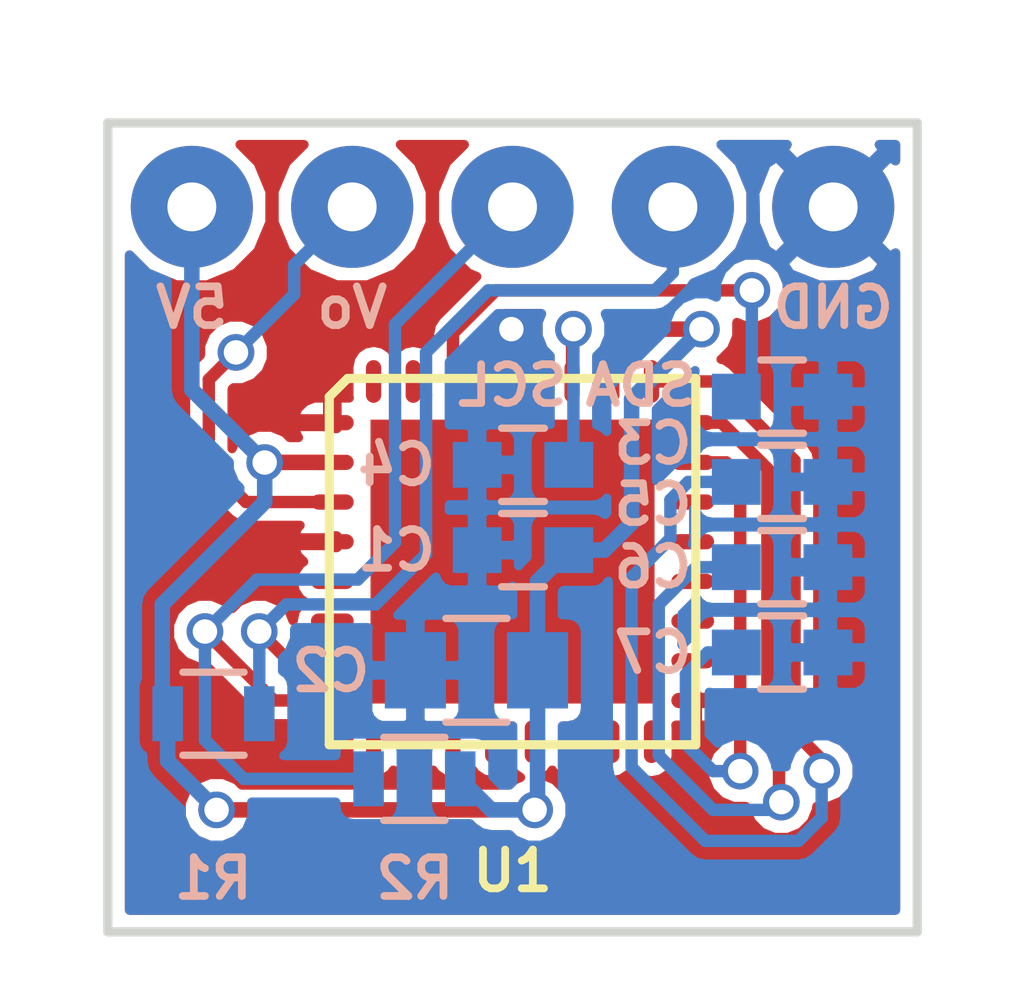
<source format=kicad_pcb>
(kicad_pcb (version 4) (host pcbnew 4.0.6-e0-6349~53~ubuntu16.04.1)

  (general
    (links 28)
    (no_connects 0)
    (area 142.924999 99.924999 156.325001 113.325001)
    (thickness 1)
    (drawings 4)
    (tracks 121)
    (zones 0)
    (modules 15)
    (nets 11)
  )

  (page A4)
  (layers
    (0 F.Cu jumper)
    (31 B.Cu mixed)
    (32 B.Adhes user)
    (33 F.Adhes user)
    (34 B.Paste user)
    (35 F.Paste user)
    (36 B.SilkS user)
    (37 F.SilkS user)
    (38 B.Mask user)
    (39 F.Mask user)
    (40 Dwgs.User user)
    (41 Cmts.User user)
    (42 Eco1.User user)
    (43 Eco2.User user)
    (44 Edge.Cuts user)
    (45 Margin user)
    (46 B.CrtYd user)
    (47 F.CrtYd user)
    (48 B.Fab user)
    (49 F.Fab user)
  )

  (setup
    (last_trace_width 0.2032)
    (trace_clearance 0.2032)
    (zone_clearance 0.2032)
    (zone_45_only no)
    (trace_min 0.2032)
    (segment_width 0.2)
    (edge_width 0.15)
    (via_size 0.6)
    (via_drill 0.4)
    (via_min_size 0.4)
    (via_min_drill 0.3)
    (uvia_size 0.3)
    (uvia_drill 0.1)
    (uvias_allowed no)
    (uvia_min_size 0)
    (uvia_min_drill 0)
    (pcb_text_width 0.3)
    (pcb_text_size 1.5 1.5)
    (mod_edge_width 0.15)
    (mod_text_size 0.635 0.635)
    (mod_text_width 0.127)
    (pad_size 1.524 1.524)
    (pad_drill 0.762)
    (pad_to_mask_clearance 0.1016)
    (solder_mask_min_width 0.32)
    (pad_to_paste_clearance -0.0508)
    (aux_axis_origin 0 0)
    (visible_elements FFFEFF7F)
    (pcbplotparams
      (layerselection 0x00030_80000001)
      (usegerberextensions false)
      (excludeedgelayer true)
      (linewidth 0.100000)
      (plotframeref false)
      (viasonmask false)
      (mode 1)
      (useauxorigin false)
      (hpglpennumber 1)
      (hpglpenspeed 20)
      (hpglpendiameter 15)
      (hpglpenoverlay 2)
      (psnegative false)
      (psa4output false)
      (plotreference true)
      (plotvalue true)
      (plotinvisibletext false)
      (padsonsilk false)
      (subtractmaskfromsilk false)
      (outputformat 1)
      (mirror false)
      (drillshape 1)
      (scaleselection 1)
      (outputdirectory ""))
  )

  (net 0 "")
  (net 1 GND)
  (net 2 VCC)
  (net 3 "Net-(C3-Pad2)")
  (net 4 "Net-(C4-Pad1)")
  (net 5 "Net-(C5-Pad1)")
  (net 6 "Net-(C6-Pad2)")
  (net 7 "Net-(C7-Pad2)")
  (net 8 "Net-(R1-Pad2)")
  (net 9 "Net-(R2-Pad2)")
  (net 10 "Net-(TP1-Pad1)")

  (net_class Default "This is the default net class."
    (clearance 0.2032)
    (trace_width 0.2032)
    (via_dia 0.6)
    (via_drill 0.4)
    (uvia_dia 0.3)
    (uvia_drill 0.1)
    (add_net "Net-(C3-Pad2)")
    (add_net "Net-(C4-Pad1)")
    (add_net "Net-(C5-Pad1)")
    (add_net "Net-(C6-Pad2)")
    (add_net "Net-(C7-Pad2)")
    (add_net "Net-(R1-Pad2)")
    (add_net "Net-(R2-Pad2)")
    (add_net "Net-(TP1-Pad1)")
  )

  (net_class PWR ""
    (clearance 0.2032)
    (trace_width 0.254)
    (via_dia 0.6)
    (via_drill 0.4)
    (uvia_dia 0.3)
    (uvia_drill 0.1)
    (add_net GND)
    (add_net VCC)
  )

  (module Capacitors_SMD:C_0603 (layer B.Cu) (tedit 594F1681) (tstamp 5939C431)
    (at 149.7965 106.9975)
    (descr "Capacitor SMD 0603, reflow soldering, AVX (see smccp.pdf)")
    (tags "capacitor 0603")
    (path /59318153)
    (attr smd)
    (fp_text reference C1 (at -2.0715 0.0025) (layer B.SilkS)
      (effects (font (size 0.635 0.635) (thickness 0.127)) (justify mirror))
    )
    (fp_text value 100n (at 0 -1.5) (layer B.Fab)
      (effects (font (size 1 1) (thickness 0.15)) (justify mirror))
    )
    (fp_text user %R (at 0 1.5) (layer B.Fab)
      (effects (font (size 1 1) (thickness 0.15)) (justify mirror))
    )
    (fp_line (start -0.8 -0.4) (end -0.8 0.4) (layer B.Fab) (width 0.1))
    (fp_line (start 0.8 -0.4) (end -0.8 -0.4) (layer B.Fab) (width 0.1))
    (fp_line (start 0.8 0.4) (end 0.8 -0.4) (layer B.Fab) (width 0.1))
    (fp_line (start -0.8 0.4) (end 0.8 0.4) (layer B.Fab) (width 0.1))
    (fp_line (start -0.35 0.6) (end 0.35 0.6) (layer B.SilkS) (width 0.12))
    (fp_line (start 0.35 -0.6) (end -0.35 -0.6) (layer B.SilkS) (width 0.12))
    (fp_line (start -1.4 0.65) (end 1.4 0.65) (layer B.CrtYd) (width 0.05))
    (fp_line (start -1.4 0.65) (end -1.4 -0.65) (layer B.CrtYd) (width 0.05))
    (fp_line (start 1.4 -0.65) (end 1.4 0.65) (layer B.CrtYd) (width 0.05))
    (fp_line (start 1.4 -0.65) (end -1.4 -0.65) (layer B.CrtYd) (width 0.05))
    (pad 1 smd rect (at -0.75 0) (size 0.8 0.75) (layers B.Cu B.Paste B.Mask)
      (net 1 GND))
    (pad 2 smd rect (at 0.75 0) (size 0.8 0.75) (layers B.Cu B.Paste B.Mask)
      (net 2 VCC))
    (model Capacitors_SMD.3dshapes/C_0603.wrl
      (at (xyz 0 0 0))
      (scale (xyz 1 1 1))
      (rotate (xyz 0 0 0))
    )
  )

  (module Capacitors_SMD:C_0603 (layer B.Cu) (tedit 594F15B1) (tstamp 5939C43D)
    (at 154.0383 104.4829 180)
    (descr "Capacitor SMD 0603, reflow soldering, AVX (see smccp.pdf)")
    (tags "capacitor 0603")
    (path /5931854A)
    (attr smd)
    (fp_text reference C3 (at 2.1133 -0.7671 180) (layer B.SilkS)
      (effects (font (size 0.635 0.635) (thickness 0.127)) (justify mirror))
    )
    (fp_text value 100n (at 0 -1.5 180) (layer B.Fab)
      (effects (font (size 1 1) (thickness 0.15)) (justify mirror))
    )
    (fp_text user %R (at 0 1.5 180) (layer B.Fab)
      (effects (font (size 1 1) (thickness 0.15)) (justify mirror))
    )
    (fp_line (start -0.8 -0.4) (end -0.8 0.4) (layer B.Fab) (width 0.1))
    (fp_line (start 0.8 -0.4) (end -0.8 -0.4) (layer B.Fab) (width 0.1))
    (fp_line (start 0.8 0.4) (end 0.8 -0.4) (layer B.Fab) (width 0.1))
    (fp_line (start -0.8 0.4) (end 0.8 0.4) (layer B.Fab) (width 0.1))
    (fp_line (start -0.35 0.6) (end 0.35 0.6) (layer B.SilkS) (width 0.12))
    (fp_line (start 0.35 -0.6) (end -0.35 -0.6) (layer B.SilkS) (width 0.12))
    (fp_line (start -1.4 0.65) (end 1.4 0.65) (layer B.CrtYd) (width 0.05))
    (fp_line (start -1.4 0.65) (end -1.4 -0.65) (layer B.CrtYd) (width 0.05))
    (fp_line (start 1.4 -0.65) (end 1.4 0.65) (layer B.CrtYd) (width 0.05))
    (fp_line (start 1.4 -0.65) (end -1.4 -0.65) (layer B.CrtYd) (width 0.05))
    (pad 1 smd rect (at -0.75 0 180) (size 0.8 0.75) (layers B.Cu B.Paste B.Mask)
      (net 1 GND))
    (pad 2 smd rect (at 0.75 0 180) (size 0.8 0.75) (layers B.Cu B.Paste B.Mask)
      (net 3 "Net-(C3-Pad2)"))
    (model Capacitors_SMD.3dshapes/C_0603.wrl
      (at (xyz 0 0 0))
      (scale (xyz 1 1 1))
      (rotate (xyz 0 0 0))
    )
  )

  (module Capacitors_SMD:C_0603 (layer B.Cu) (tedit 594F1629) (tstamp 5939C443)
    (at 149.7965 105.6005 180)
    (descr "Capacitor SMD 0603, reflow soldering, AVX (see smccp.pdf)")
    (tags "capacitor 0603")
    (path /59318DD2)
    (attr smd)
    (fp_text reference C4 (at 2.0715 0.0005 180) (layer B.SilkS)
      (effects (font (size 0.635 0.635) (thickness 0.127)) (justify mirror))
    )
    (fp_text value 100n (at 0 -1.5 180) (layer B.Fab)
      (effects (font (size 1 1) (thickness 0.15)) (justify mirror))
    )
    (fp_text user %R (at 0 1.5 180) (layer B.Fab)
      (effects (font (size 1 1) (thickness 0.15)) (justify mirror))
    )
    (fp_line (start -0.8 -0.4) (end -0.8 0.4) (layer B.Fab) (width 0.1))
    (fp_line (start 0.8 -0.4) (end -0.8 -0.4) (layer B.Fab) (width 0.1))
    (fp_line (start 0.8 0.4) (end 0.8 -0.4) (layer B.Fab) (width 0.1))
    (fp_line (start -0.8 0.4) (end 0.8 0.4) (layer B.Fab) (width 0.1))
    (fp_line (start -0.35 0.6) (end 0.35 0.6) (layer B.SilkS) (width 0.12))
    (fp_line (start 0.35 -0.6) (end -0.35 -0.6) (layer B.SilkS) (width 0.12))
    (fp_line (start -1.4 0.65) (end 1.4 0.65) (layer B.CrtYd) (width 0.05))
    (fp_line (start -1.4 0.65) (end -1.4 -0.65) (layer B.CrtYd) (width 0.05))
    (fp_line (start 1.4 -0.65) (end 1.4 0.65) (layer B.CrtYd) (width 0.05))
    (fp_line (start 1.4 -0.65) (end -1.4 -0.65) (layer B.CrtYd) (width 0.05))
    (pad 1 smd rect (at -0.75 0 180) (size 0.8 0.75) (layers B.Cu B.Paste B.Mask)
      (net 4 "Net-(C4-Pad1)"))
    (pad 2 smd rect (at 0.75 0 180) (size 0.8 0.75) (layers B.Cu B.Paste B.Mask)
      (net 1 GND))
    (model Capacitors_SMD.3dshapes/C_0603.wrl
      (at (xyz 0 0 0))
      (scale (xyz 1 1 1))
      (rotate (xyz 0 0 0))
    )
  )

  (module Capacitors_SMD:C_0603 (layer B.Cu) (tedit 594F15ED) (tstamp 5939C449)
    (at 154.0383 105.8799)
    (descr "Capacitor SMD 0603, reflow soldering, AVX (see smccp.pdf)")
    (tags "capacitor 0603")
    (path /59318CAD)
    (attr smd)
    (fp_text reference C5 (at -2.1133 0.3701) (layer B.SilkS)
      (effects (font (size 0.635 0.635) (thickness 0.127)) (justify mirror))
    )
    (fp_text value 100n (at 0 -1.5) (layer B.Fab)
      (effects (font (size 1 1) (thickness 0.15)) (justify mirror))
    )
    (fp_text user %R (at 0 1.5) (layer B.Fab)
      (effects (font (size 1 1) (thickness 0.15)) (justify mirror))
    )
    (fp_line (start -0.8 -0.4) (end -0.8 0.4) (layer B.Fab) (width 0.1))
    (fp_line (start 0.8 -0.4) (end -0.8 -0.4) (layer B.Fab) (width 0.1))
    (fp_line (start 0.8 0.4) (end 0.8 -0.4) (layer B.Fab) (width 0.1))
    (fp_line (start -0.8 0.4) (end 0.8 0.4) (layer B.Fab) (width 0.1))
    (fp_line (start -0.35 0.6) (end 0.35 0.6) (layer B.SilkS) (width 0.12))
    (fp_line (start 0.35 -0.6) (end -0.35 -0.6) (layer B.SilkS) (width 0.12))
    (fp_line (start -1.4 0.65) (end 1.4 0.65) (layer B.CrtYd) (width 0.05))
    (fp_line (start -1.4 0.65) (end -1.4 -0.65) (layer B.CrtYd) (width 0.05))
    (fp_line (start 1.4 -0.65) (end 1.4 0.65) (layer B.CrtYd) (width 0.05))
    (fp_line (start 1.4 -0.65) (end -1.4 -0.65) (layer B.CrtYd) (width 0.05))
    (pad 1 smd rect (at -0.75 0) (size 0.8 0.75) (layers B.Cu B.Paste B.Mask)
      (net 5 "Net-(C5-Pad1)"))
    (pad 2 smd rect (at 0.75 0) (size 0.8 0.75) (layers B.Cu B.Paste B.Mask)
      (net 1 GND))
    (model Capacitors_SMD.3dshapes/C_0603.wrl
      (at (xyz 0 0 0))
      (scale (xyz 1 1 1))
      (rotate (xyz 0 0 0))
    )
  )

  (module Capacitors_SMD:C_0603 (layer B.Cu) (tedit 594F15FF) (tstamp 5939C44F)
    (at 154.0383 107.2769 180)
    (descr "Capacitor SMD 0603, reflow soldering, AVX (see smccp.pdf)")
    (tags "capacitor 0603")
    (path /59317DB5)
    (attr smd)
    (fp_text reference C6 (at 2.1133 0.0019 180) (layer B.SilkS)
      (effects (font (size 0.635 0.635) (thickness 0.127)) (justify mirror))
    )
    (fp_text value 10n (at 0 -1.5 180) (layer B.Fab)
      (effects (font (size 1 1) (thickness 0.15)) (justify mirror))
    )
    (fp_text user %R (at 0 1.5 180) (layer B.Fab)
      (effects (font (size 1 1) (thickness 0.15)) (justify mirror))
    )
    (fp_line (start -0.8 -0.4) (end -0.8 0.4) (layer B.Fab) (width 0.1))
    (fp_line (start 0.8 -0.4) (end -0.8 -0.4) (layer B.Fab) (width 0.1))
    (fp_line (start 0.8 0.4) (end 0.8 -0.4) (layer B.Fab) (width 0.1))
    (fp_line (start -0.8 0.4) (end 0.8 0.4) (layer B.Fab) (width 0.1))
    (fp_line (start -0.35 0.6) (end 0.35 0.6) (layer B.SilkS) (width 0.12))
    (fp_line (start 0.35 -0.6) (end -0.35 -0.6) (layer B.SilkS) (width 0.12))
    (fp_line (start -1.4 0.65) (end 1.4 0.65) (layer B.CrtYd) (width 0.05))
    (fp_line (start -1.4 0.65) (end -1.4 -0.65) (layer B.CrtYd) (width 0.05))
    (fp_line (start 1.4 -0.65) (end 1.4 0.65) (layer B.CrtYd) (width 0.05))
    (fp_line (start 1.4 -0.65) (end -1.4 -0.65) (layer B.CrtYd) (width 0.05))
    (pad 1 smd rect (at -0.75 0 180) (size 0.8 0.75) (layers B.Cu B.Paste B.Mask)
      (net 1 GND))
    (pad 2 smd rect (at 0.75 0 180) (size 0.8 0.75) (layers B.Cu B.Paste B.Mask)
      (net 6 "Net-(C6-Pad2)"))
    (model Capacitors_SMD.3dshapes/C_0603.wrl
      (at (xyz 0 0 0))
      (scale (xyz 1 1 1))
      (rotate (xyz 0 0 0))
    )
  )

  (module Capacitors_SMD:C_0603 (layer B.Cu) (tedit 594F1609) (tstamp 5939C455)
    (at 154.0383 108.6739 180)
    (descr "Capacitor SMD 0603, reflow soldering, AVX (see smccp.pdf)")
    (tags "capacitor 0603")
    (path /59317D28)
    (attr smd)
    (fp_text reference C7 (at 2.1133 -0.0011 180) (layer B.SilkS)
      (effects (font (size 0.635 0.635) (thickness 0.127)) (justify mirror))
    )
    (fp_text value 10n (at 0 -1.5 180) (layer B.Fab)
      (effects (font (size 1 1) (thickness 0.15)) (justify mirror))
    )
    (fp_text user %R (at 0 1.5 180) (layer B.Fab)
      (effects (font (size 1 1) (thickness 0.15)) (justify mirror))
    )
    (fp_line (start -0.8 -0.4) (end -0.8 0.4) (layer B.Fab) (width 0.1))
    (fp_line (start 0.8 -0.4) (end -0.8 -0.4) (layer B.Fab) (width 0.1))
    (fp_line (start 0.8 0.4) (end 0.8 -0.4) (layer B.Fab) (width 0.1))
    (fp_line (start -0.8 0.4) (end 0.8 0.4) (layer B.Fab) (width 0.1))
    (fp_line (start -0.35 0.6) (end 0.35 0.6) (layer B.SilkS) (width 0.12))
    (fp_line (start 0.35 -0.6) (end -0.35 -0.6) (layer B.SilkS) (width 0.12))
    (fp_line (start -1.4 0.65) (end 1.4 0.65) (layer B.CrtYd) (width 0.05))
    (fp_line (start -1.4 0.65) (end -1.4 -0.65) (layer B.CrtYd) (width 0.05))
    (fp_line (start 1.4 -0.65) (end 1.4 0.65) (layer B.CrtYd) (width 0.05))
    (fp_line (start 1.4 -0.65) (end -1.4 -0.65) (layer B.CrtYd) (width 0.05))
    (pad 1 smd rect (at -0.75 0 180) (size 0.8 0.75) (layers B.Cu B.Paste B.Mask)
      (net 1 GND))
    (pad 2 smd rect (at 0.75 0 180) (size 0.8 0.75) (layers B.Cu B.Paste B.Mask)
      (net 7 "Net-(C7-Pad2)"))
    (model Capacitors_SMD.3dshapes/C_0603.wrl
      (at (xyz 0 0 0))
      (scale (xyz 1 1 1))
      (rotate (xyz 0 0 0))
    )
  )

  (module Resistors_SMD:R_0603 (layer B.Cu) (tedit 594F169E) (tstamp 5939C45B)
    (at 144.7292 109.6772)
    (descr "Resistor SMD 0603, reflow soldering, Vishay (see dcrcw.pdf)")
    (tags "resistor 0603")
    (path /59317A75)
    (attr smd)
    (fp_text reference R1 (at -0.0042 2.6978) (layer B.SilkS)
      (effects (font (size 0.635 0.635) (thickness 0.127)) (justify mirror))
    )
    (fp_text value 47k (at 0 -1.5) (layer B.Fab)
      (effects (font (size 1 1) (thickness 0.15)) (justify mirror))
    )
    (fp_text user %R (at 0 0) (layer B.Fab)
      (effects (font (size 0.5 0.5) (thickness 0.075)) (justify mirror))
    )
    (fp_line (start -0.8 -0.4) (end -0.8 0.4) (layer B.Fab) (width 0.1))
    (fp_line (start 0.8 -0.4) (end -0.8 -0.4) (layer B.Fab) (width 0.1))
    (fp_line (start 0.8 0.4) (end 0.8 -0.4) (layer B.Fab) (width 0.1))
    (fp_line (start -0.8 0.4) (end 0.8 0.4) (layer B.Fab) (width 0.1))
    (fp_line (start 0.5 -0.68) (end -0.5 -0.68) (layer B.SilkS) (width 0.12))
    (fp_line (start -0.5 0.68) (end 0.5 0.68) (layer B.SilkS) (width 0.12))
    (fp_line (start -1.25 0.7) (end 1.25 0.7) (layer B.CrtYd) (width 0.05))
    (fp_line (start -1.25 0.7) (end -1.25 -0.7) (layer B.CrtYd) (width 0.05))
    (fp_line (start 1.25 -0.7) (end 1.25 0.7) (layer B.CrtYd) (width 0.05))
    (fp_line (start 1.25 -0.7) (end -1.25 -0.7) (layer B.CrtYd) (width 0.05))
    (pad 1 smd rect (at -0.75 0) (size 0.5 0.9) (layers B.Cu B.Paste B.Mask)
      (net 2 VCC))
    (pad 2 smd rect (at 0.75 0) (size 0.5 0.9) (layers B.Cu B.Paste B.Mask)
      (net 8 "Net-(R1-Pad2)"))
    (model ${KISYS3DMOD}/Resistors_SMD.3dshapes/R_0603.wrl
      (at (xyz 0 0 0))
      (scale (xyz 1 1 1))
      (rotate (xyz 0 0 0))
    )
  )

  (module Resistors_SMD:R_0603 (layer B.Cu) (tedit 594F16D0) (tstamp 5939C461)
    (at 148.0185 110.744 180)
    (descr "Resistor SMD 0603, reflow soldering, Vishay (see dcrcw.pdf)")
    (tags "resistor 0603")
    (path /59317A98)
    (attr smd)
    (fp_text reference R2 (at -0.0065 -1.631 180) (layer B.SilkS)
      (effects (font (size 0.635 0.635) (thickness 0.127)) (justify mirror))
    )
    (fp_text value 47k (at 0 -1.5 180) (layer B.Fab)
      (effects (font (size 1 1) (thickness 0.15)) (justify mirror))
    )
    (fp_text user %R (at 0 0 180) (layer B.Fab)
      (effects (font (size 0.5 0.5) (thickness 0.075)) (justify mirror))
    )
    (fp_line (start -0.8 -0.4) (end -0.8 0.4) (layer B.Fab) (width 0.1))
    (fp_line (start 0.8 -0.4) (end -0.8 -0.4) (layer B.Fab) (width 0.1))
    (fp_line (start 0.8 0.4) (end 0.8 -0.4) (layer B.Fab) (width 0.1))
    (fp_line (start -0.8 0.4) (end 0.8 0.4) (layer B.Fab) (width 0.1))
    (fp_line (start 0.5 -0.68) (end -0.5 -0.68) (layer B.SilkS) (width 0.12))
    (fp_line (start -0.5 0.68) (end 0.5 0.68) (layer B.SilkS) (width 0.12))
    (fp_line (start -1.25 0.7) (end 1.25 0.7) (layer B.CrtYd) (width 0.05))
    (fp_line (start -1.25 0.7) (end -1.25 -0.7) (layer B.CrtYd) (width 0.05))
    (fp_line (start 1.25 -0.7) (end 1.25 0.7) (layer B.CrtYd) (width 0.05))
    (fp_line (start 1.25 -0.7) (end -1.25 -0.7) (layer B.CrtYd) (width 0.05))
    (pad 1 smd rect (at -0.75 0 180) (size 0.5 0.9) (layers B.Cu B.Paste B.Mask)
      (net 2 VCC))
    (pad 2 smd rect (at 0.75 0 180) (size 0.5 0.9) (layers B.Cu B.Paste B.Mask)
      (net 9 "Net-(R2-Pad2)"))
    (model ${KISYS3DMOD}/Resistors_SMD.3dshapes/R_0603.wrl
      (at (xyz 0 0 0))
      (scale (xyz 1 1 1))
      (rotate (xyz 0 0 0))
    )
  )

  (module Wire_Pads:SolderWirePad_single_0-8mmDrill (layer B.Cu) (tedit 594F1589) (tstamp 5939C466)
    (at 147 101.375)
    (path /5939B0FE)
    (fp_text reference Vo (at 0 1.65) (layer B.SilkS)
      (effects (font (size 0.635 0.635) (thickness 0.127)) (justify mirror))
    )
    (fp_text value V_Out (at 0 -2.54) (layer B.Fab)
      (effects (font (size 1 1) (thickness 0.15)) (justify mirror))
    )
    (pad 1 thru_hole circle (at 0 0) (size 1.99898 1.99898) (drill 0.8001) (layers *.Cu *.Mask)
      (net 10 "Net-(TP1-Pad1)"))
  )

  (module Wire_Pads:SolderWirePad_single_0-8mmDrill (layer B.Cu) (tedit 594F1578) (tstamp 5939C46B)
    (at 152.25 101.375)
    (path /59317BDD)
    (fp_text reference SDA (at -0.525 2.925) (layer B.SilkS)
      (effects (font (size 0.635 0.635) (thickness 0.127)) (justify mirror))
    )
    (fp_text value SDA (at 0 -2.54) (layer B.Fab)
      (effects (font (size 1 1) (thickness 0.15)) (justify mirror))
    )
    (pad 1 thru_hole circle (at 0 0) (size 1.99898 1.99898) (drill 0.8001) (layers *.Cu *.Mask)
      (net 8 "Net-(R1-Pad2)"))
  )

  (module Wire_Pads:SolderWirePad_single_0-8mmDrill (layer B.Cu) (tedit 594F154A) (tstamp 5939C470)
    (at 149.625 101.375)
    (path /59317C34)
    (fp_text reference SCL (at 0 2.925) (layer B.SilkS)
      (effects (font (size 0.635 0.635) (thickness 0.127)) (justify mirror))
    )
    (fp_text value SCL (at 0 -2.54) (layer B.Fab)
      (effects (font (size 1 1) (thickness 0.15)) (justify mirror))
    )
    (pad 1 thru_hole circle (at 0 0) (size 1.99898 1.99898) (drill 0.8001) (layers *.Cu *.Mask)
      (net 9 "Net-(R2-Pad2)"))
  )

  (module Wire_Pads:SolderWirePad_single_0-8mmDrill (layer B.Cu) (tedit 594F1597) (tstamp 5939C475)
    (at 154.875 101.375)
    (path /5939C767)
    (fp_text reference GND (at 0 1.65) (layer B.SilkS)
      (effects (font (size 0.635 0.635) (thickness 0.127)) (justify mirror))
    )
    (fp_text value Gnd (at 0 -2.54) (layer B.Fab)
      (effects (font (size 1 1) (thickness 0.15)) (justify mirror))
    )
    (pad 1 thru_hole circle (at 0 0) (size 1.99898 1.99898) (drill 0.8001) (layers *.Cu *.Mask)
      (net 1 GND))
  )

  (module Wire_Pads:SolderWirePad_single_0-8mmDrill (layer B.Cu) (tedit 594F1518) (tstamp 5939C47A)
    (at 144.375 101.375)
    (path /5939C6DF)
    (fp_text reference 5V (at 0 1.65) (layer B.SilkS)
      (effects (font (size 0.635 0.635) (thickness 0.127)) (justify mirror))
    )
    (fp_text value Vdd (at 0 -2.54) (layer B.Fab)
      (effects (font (size 1 1) (thickness 0.15)) (justify mirror))
    )
    (pad 1 thru_hole circle (at 0 0) (size 1.99898 1.99898) (drill 0.8001) (layers *.Cu *.Mask)
      (net 2 VCC))
  )

  (module Capacitors_SMD:C_0805 (layer B.Cu) (tedit 594F1675) (tstamp 595F11B9)
    (at 149.0345 108.966 180)
    (descr "Capacitor SMD 0805, reflow soldering, AVX (see smccp.pdf)")
    (tags "capacitor 0805")
    (path /594EA1D1)
    (attr smd)
    (fp_text reference C2 (at 2.3845 -0.009 180) (layer B.SilkS)
      (effects (font (size 0.635 0.635) (thickness 0.127)) (justify mirror))
    )
    (fp_text value 2.2u (at 0 -1.75 180) (layer B.Fab)
      (effects (font (size 1 1) (thickness 0.15)) (justify mirror))
    )
    (fp_text user %R (at 0 1.5 180) (layer B.Fab)
      (effects (font (size 1 1) (thickness 0.15)) (justify mirror))
    )
    (fp_line (start -1 -0.62) (end -1 0.62) (layer B.Fab) (width 0.1))
    (fp_line (start 1 -0.62) (end -1 -0.62) (layer B.Fab) (width 0.1))
    (fp_line (start 1 0.62) (end 1 -0.62) (layer B.Fab) (width 0.1))
    (fp_line (start -1 0.62) (end 1 0.62) (layer B.Fab) (width 0.1))
    (fp_line (start 0.5 0.85) (end -0.5 0.85) (layer B.SilkS) (width 0.12))
    (fp_line (start -0.5 -0.85) (end 0.5 -0.85) (layer B.SilkS) (width 0.12))
    (fp_line (start -1.75 0.88) (end 1.75 0.88) (layer B.CrtYd) (width 0.05))
    (fp_line (start -1.75 0.88) (end -1.75 -0.87) (layer B.CrtYd) (width 0.05))
    (fp_line (start 1.75 -0.87) (end 1.75 0.88) (layer B.CrtYd) (width 0.05))
    (fp_line (start 1.75 -0.87) (end -1.75 -0.87) (layer B.CrtYd) (width 0.05))
    (pad 1 smd rect (at -1 0 180) (size 1 1.25) (layers B.Cu B.Paste B.Mask)
      (net 2 VCC))
    (pad 2 smd rect (at 1 0 180) (size 1 1.25) (layers B.Cu B.Paste B.Mask)
      (net 1 GND))
    (model Capacitors_SMD.3dshapes/C_0805.wrl
      (at (xyz 0 0 0))
      (scale (xyz 1 1 1))
      (rotate (xyz 0 0 0))
    )
  )

  (module custom_lib:QFN32_6x6mm_Pitch0.65mm (layer F.Cu) (tedit 594F1444) (tstamp 594F4F4F)
    (at 149.625 107.185)
    (path /593179BC)
    (fp_text reference U1 (at 0 5.065) (layer F.SilkS)
      (effects (font (size 0.635 0.635) (thickness 0.127)))
    )
    (fp_text value ATMEGA328PB-MU (at 0 6.3) (layer F.Fab)
      (effects (font (size 1.2 1.2) (thickness 0.15)))
    )
    (fp_line (start -2.7 -3) (end -3 -2.7) (layer F.SilkS) (width 0.15))
    (fp_line (start -3 -2.7) (end -3 3) (layer F.SilkS) (width 0.15))
    (fp_line (start -3 3) (end 3 3) (layer F.SilkS) (width 0.15))
    (fp_line (start 3 3) (end 3 -3) (layer F.SilkS) (width 0.15))
    (fp_line (start 3 -3) (end -2.7 -3) (layer F.SilkS) (width 0.15))
    (pad 33 smd rect (at 0 0) (size 4.65 4.65) (layers F.Cu F.Mask))
    (pad ~ smd rect (at -1.15 -1.2) (size 1.644023 1.644023) (layers F.Paste))
    (pad ~ smd rect (at -1.15 1.2) (size 1.644023 1.644023) (layers F.Paste))
    (pad ~ smd rect (at 1.15 -1.2) (size 1.644023 1.644023) (layers F.Paste))
    (pad ~ smd rect (at 1.15 1.2) (size 1.644023 1.644023) (layers F.Paste))
    (pad 1 smd oval (at -2.95 -2.275) (size 0.7 0.25) (layers F.Cu F.Paste F.Mask)
      (net 1 GND))
    (pad 2 smd oval (at -2.95 -1.625) (size 0.7 0.25) (layers F.Cu F.Paste F.Mask)
      (net 2 VCC))
    (pad 3 smd oval (at -2.95 -0.975) (size 0.7 0.25) (layers F.Cu F.Paste F.Mask)
      (net 10 "Net-(TP1-Pad1)"))
    (pad 4 smd oval (at -2.95 -0.325) (size 0.7 0.25) (layers F.Cu F.Paste F.Mask)
      (net 1 GND))
    (pad 5 smd oval (at -2.95 0.325) (size 0.7 0.25) (layers F.Cu F.Paste F.Mask))
    (pad 6 smd oval (at -2.95 0.975) (size 0.7 0.25) (layers F.Cu F.Paste F.Mask))
    (pad 7 smd oval (at -2.95 1.625) (size 0.7 0.25) (layers F.Cu F.Paste F.Mask)
      (net 8 "Net-(R1-Pad2)"))
    (pad 8 smd oval (at -2.95 2.275) (size 0.7 0.25) (layers F.Cu F.Paste F.Mask)
      (net 9 "Net-(R2-Pad2)"))
    (pad 9 smd oval (at -2.275 2.95) (size 0.25 0.7) (layers F.Cu F.Paste F.Mask))
    (pad 10 smd oval (at -1.625 2.95) (size 0.25 0.7) (layers F.Cu F.Paste F.Mask))
    (pad 11 smd oval (at -0.975 2.95) (size 0.25 0.7) (layers F.Cu F.Paste F.Mask))
    (pad 12 smd oval (at -0.325 2.95) (size 0.25 0.7) (layers F.Cu F.Paste F.Mask))
    (pad 13 smd oval (at 0.325 2.95) (size 0.25 0.7) (layers F.Cu F.Paste F.Mask))
    (pad 14 smd oval (at 0.975 2.95) (size 0.25 0.7) (layers F.Cu F.Paste F.Mask))
    (pad 15 smd oval (at 1.625 2.95) (size 0.25 0.7) (layers F.Cu F.Paste F.Mask))
    (pad 16 smd oval (at 2.275 2.95) (size 0.25 0.7) (layers F.Cu F.Paste F.Mask))
    (pad 17 smd oval (at 2.95 2.275) (size 0.7 0.25) (layers F.Cu F.Paste F.Mask)
      (net 1 GND))
    (pad 18 smd oval (at 2.95 1.625) (size 0.7 0.25) (layers F.Cu F.Paste F.Mask))
    (pad 19 smd oval (at 2.95 0.975) (size 0.7 0.25) (layers F.Cu F.Paste F.Mask))
    (pad 20 smd oval (at 2.95 0.325) (size 0.7 0.25) (layers F.Cu F.Paste F.Mask))
    (pad 21 smd oval (at 2.95 -0.325) (size 0.7 0.25) (layers F.Cu F.Paste F.Mask))
    (pad 22 smd oval (at 2.95 -0.975) (size 0.7 0.25) (layers F.Cu F.Paste F.Mask))
    (pad 23 smd oval (at 2.95 -1.625) (size 0.7 0.25) (layers F.Cu F.Paste F.Mask)
      (net 7 "Net-(C7-Pad2)"))
    (pad 24 smd oval (at 2.95 -2.275) (size 0.7 0.25) (layers F.Cu F.Paste F.Mask)
      (net 6 "Net-(C6-Pad2)"))
    (pad 25 smd oval (at 2.275 -2.95) (size 0.25 0.7) (layers F.Cu F.Paste F.Mask)
      (net 5 "Net-(C5-Pad1)"))
    (pad 26 smd oval (at 1.625 -2.95) (size 0.25 0.7) (layers F.Cu F.Paste F.Mask)
      (net 2 VCC))
    (pad 27 smd oval (at 0.975 -2.95) (size 0.25 0.7) (layers F.Cu F.Paste F.Mask)
      (net 4 "Net-(C4-Pad1)"))
    (pad 28 smd oval (at 0.325 -2.95) (size 0.25 0.7) (layers F.Cu F.Paste F.Mask)
      (net 1 GND))
    (pad 29 smd oval (at -0.325 -2.95) (size 0.25 0.7) (layers F.Cu F.Paste F.Mask)
      (net 1 GND))
    (pad 30 smd oval (at -0.975 -2.95) (size 0.25 0.7) (layers F.Cu F.Paste F.Mask)
      (net 3 "Net-(C3-Pad2)"))
    (pad 31 smd oval (at -1.625 -2.95) (size 0.25 0.7) (layers F.Cu F.Paste F.Mask))
    (pad 32 smd oval (at -2.275 -2.95) (size 0.25 0.7) (layers F.Cu F.Paste F.Mask))
    (model ../../../../../home/luis/kicad/_3Dmodels/Housings_DFN_QFN.3dshapes/QFN-32-1EP_6x6mm_Pitch0.65mm.wrl
      (at (xyz 0 0 0))
      (scale (xyz 1 1 1))
      (rotate (xyz 0 0 0))
    )
  )

  (gr_line (start 143 113.25) (end 143 100) (angle 90) (layer Edge.Cuts) (width 0.15))
  (gr_line (start 156.25 113.25) (end 143 113.25) (angle 90) (layer Edge.Cuts) (width 0.15))
  (gr_line (start 156.25 100) (end 156.25 113.25) (angle 90) (layer Edge.Cuts) (width 0.15))
  (gr_line (start 143 100) (end 156.25 100) (angle 90) (layer Edge.Cuts) (width 0.15))

  (segment (start 149.95 104.235) (end 149.95 103.722) (width 0.254) (layer F.Cu) (net 1))
  (segment (start 149.3 103.684) (end 149.606 103.378) (width 0.254) (layer F.Cu) (net 1) (tstamp 594F66EE))
  (via (at 149.606 103.378) (size 0.6) (drill 0.4) (layers F.Cu B.Cu) (net 1))
  (segment (start 149.3 103.684) (end 149.3 104.235) (width 0.254) (layer F.Cu) (net 1))
  (segment (start 149.95 103.722) (end 149.606 103.378) (width 0.254) (layer F.Cu) (net 1) (tstamp 594F66F3))
  (segment (start 149.987 111.252) (end 149.2765 111.252) (width 0.254) (layer B.Cu) (net 2))
  (segment (start 149.2765 111.252) (end 148.7685 110.744) (width 0.254) (layer B.Cu) (net 2) (tstamp 594F7D34))
  (segment (start 143.9792 109.6772) (end 143.9792 110.4512) (width 0.254) (layer B.Cu) (net 2))
  (via (at 149.987 111.252) (size 0.6) (drill 0.4) (layers F.Cu B.Cu) (net 2))
  (segment (start 149.987 111.252) (end 150.0345 111.2045) (width 0.254) (layer B.Cu) (net 2) (tstamp 594F69F6))
  (segment (start 150.0345 111.2045) (end 150.0345 108.966) (width 0.254) (layer B.Cu) (net 2) (tstamp 594F69F7))
  (segment (start 144.78 111.252) (end 149.987 111.252) (width 0.254) (layer F.Cu) (net 2) (tstamp 594F7D30))
  (via (at 144.78 111.252) (size 0.6) (drill 0.4) (layers F.Cu B.Cu) (net 2))
  (segment (start 143.9792 110.4512) (end 144.78 111.252) (width 0.254) (layer B.Cu) (net 2) (tstamp 594F7D2E))
  (segment (start 143.891 109.589) (end 143.891 108.966) (width 0.254) (layer B.Cu) (net 2))
  (segment (start 145.5674 106.2101) (end 143.891 107.8865) (width 0.254) (layer B.Cu) (net 2) (tstamp 594F692F))
  (segment (start 145.5674 106.2101) (end 145.5674 105.5624) (width 0.254) (layer B.Cu) (net 2))
  (segment (start 143.891 107.8865) (end 143.891 108.966) (width 0.254) (layer B.Cu) (net 2))
  (segment (start 143.891 109.589) (end 143.9792 109.6772) (width 0.254) (layer B.Cu) (net 2) (tstamp 594F7D2B))
  (segment (start 150.0345 108.966) (end 150.0345 107.5095) (width 0.254) (layer B.Cu) (net 2))
  (segment (start 150.0345 107.5095) (end 150.5465 106.9975) (width 0.254) (layer B.Cu) (net 2) (tstamp 594F69FA))
  (segment (start 150.5465 106.9975) (end 151.13 106.9975) (width 0.254) (layer B.Cu) (net 2))
  (segment (start 151.13 106.9975) (end 151.5745 106.553) (width 0.254) (layer B.Cu) (net 2) (tstamp 594F693E))
  (segment (start 151.5745 106.553) (end 151.5745 104.521) (width 0.254) (layer B.Cu) (net 2) (tstamp 594F693F))
  (segment (start 151.5745 104.521) (end 152.7175 103.378) (width 0.254) (layer B.Cu) (net 2) (tstamp 594F6940))
  (segment (start 151.25 103.639) (end 151.25 104.235) (width 0.254) (layer F.Cu) (net 2))
  (via (at 152.7175 103.378) (size 0.6) (drill 0.4) (layers F.Cu B.Cu) (net 2))
  (segment (start 151.511 103.378) (end 152.7175 103.378) (width 0.254) (layer F.Cu) (net 2) (tstamp 594F686C))
  (segment (start 151.25 103.639) (end 151.511 103.378) (width 0.254) (layer F.Cu) (net 2) (tstamp 594F686B))
  (segment (start 144.375 101.375) (end 144.375 104.37) (width 0.254) (layer B.Cu) (net 2))
  (segment (start 144.375 104.37) (end 145.5674 105.5624) (width 0.254) (layer B.Cu) (net 2) (tstamp 594F66D0))
  (segment (start 145.5674 105.5624) (end 145.565 105.56) (width 0.254) (layer F.Cu) (net 2) (tstamp 594F66D3))
  (via (at 145.5674 105.5624) (size 0.6) (drill 0.4) (layers F.Cu B.Cu) (net 2))
  (segment (start 146.675 105.56) (end 145.565 105.56) (width 0.254) (layer F.Cu) (net 2))
  (segment (start 145.565 105.56) (end 145.542 105.537) (width 0.254) (layer F.Cu) (net 2) (tstamp 594F6679))
  (segment (start 153.543 104.2282) (end 153.543 102.743) (width 0.2032) (layer B.Cu) (net 3))
  (via (at 153.543 102.743) (size 0.6) (drill 0.4) (layers F.Cu B.Cu) (net 3))
  (segment (start 149.352 102.743) (end 153.543 102.743) (width 0.2032) (layer F.Cu) (net 3) (tstamp 594F67A1))
  (segment (start 148.65 103.445) (end 149.352 102.743) (width 0.2032) (layer F.Cu) (net 3) (tstamp 594F67A0))
  (segment (start 148.65 103.445) (end 148.65 104.235) (width 0.2032) (layer F.Cu) (net 3))
  (segment (start 153.543 104.2282) (end 153.2883 104.4829) (width 0.2032) (layer B.Cu) (net 3) (tstamp 594F6A1D))
  (segment (start 150.622 105.525) (end 150.622 103.378) (width 0.2032) (layer B.Cu) (net 4))
  (segment (start 150.6 103.4) (end 150.6 104.235) (width 0.2032) (layer F.Cu) (net 4))
  (segment (start 150.6 103.4) (end 150.622 103.378) (width 0.2032) (layer F.Cu) (net 4) (tstamp 594F6862))
  (via (at 150.622 103.378) (size 0.6) (drill 0.4) (layers F.Cu B.Cu) (net 4))
  (segment (start 150.622 105.525) (end 150.5465 105.6005) (width 0.2032) (layer B.Cu) (net 4) (tstamp 594F6957))
  (segment (start 154.686 110.617) (end 154.686 111.379) (width 0.2032) (layer B.Cu) (net 5))
  (segment (start 154.2415 109.982) (end 154.686 110.4265) (width 0.2032) (layer F.Cu) (net 5) (tstamp 594F6A3F))
  (segment (start 154.686 110.4265) (end 154.686 110.617) (width 0.2032) (layer F.Cu) (net 5) (tstamp 594F6A40))
  (via (at 154.686 110.617) (size 0.6) (drill 0.4) (layers F.Cu B.Cu) (net 5))
  (segment (start 151.9 104.235) (end 152.94598 104.235) (width 0.2032) (layer F.Cu) (net 5))
  (segment (start 154.2415 105.53052) (end 154.2415 109.7915) (width 0.2032) (layer F.Cu) (net 5) (tstamp 594F6A2F))
  (segment (start 152.94598 104.235) (end 154.2415 105.53052) (width 0.2032) (layer F.Cu) (net 5) (tstamp 594F6A2B))
  (segment (start 154.2415 109.7915) (end 154.2415 109.982) (width 0.2032) (layer F.Cu) (net 5))
  (segment (start 152.5016 105.8799) (end 153.2883 105.8799) (width 0.2032) (layer B.Cu) (net 5) (tstamp 594F6A6B))
  (segment (start 152.2095 106.172) (end 152.5016 105.8799) (width 0.2032) (layer B.Cu) (net 5) (tstamp 594F6A6A))
  (segment (start 152.2095 106.807) (end 152.2095 106.172) (width 0.2032) (layer B.Cu) (net 5) (tstamp 594F6A69))
  (segment (start 151.5745 107.442) (end 152.2095 106.807) (width 0.2032) (layer B.Cu) (net 5) (tstamp 594F6A67))
  (segment (start 151.5745 110.5535) (end 151.5745 107.442) (width 0.2032) (layer B.Cu) (net 5) (tstamp 594F6A65))
  (segment (start 152.781 111.76) (end 151.5745 110.5535) (width 0.2032) (layer B.Cu) (net 5) (tstamp 594F6A63))
  (segment (start 154.305 111.76) (end 152.781 111.76) (width 0.2032) (layer B.Cu) (net 5) (tstamp 594F6A62))
  (segment (start 154.686 111.379) (end 154.305 111.76) (width 0.2032) (layer B.Cu) (net 5) (tstamp 594F6A61))
  (segment (start 154.0256 111.125) (end 153.9875 111.125) (width 0.2032) (layer B.Cu) (net 6))
  (segment (start 153.9875 111.0869) (end 154.0256 111.125) (width 0.2032) (layer F.Cu) (net 6) (tstamp 594F6A48))
  (via (at 154.0256 111.125) (size 0.6) (drill 0.4) (layers F.Cu B.Cu) (net 6))
  (segment (start 153.797 109.7915) (end 153.797 110.1725) (width 0.2032) (layer F.Cu) (net 6))
  (segment (start 153.04624 104.91) (end 153.797 105.66076) (width 0.2032) (layer F.Cu) (net 6) (tstamp 594F6A26))
  (segment (start 153.797 105.66076) (end 153.797 109.7915) (width 0.2032) (layer F.Cu) (net 6) (tstamp 594F6A27))
  (segment (start 152.575 104.91) (end 153.04624 104.91) (width 0.2032) (layer F.Cu) (net 6))
  (segment (start 153.797 110.1725) (end 153.9875 110.363) (width 0.2032) (layer F.Cu) (net 6) (tstamp 594F6A38))
  (segment (start 153.9875 110.363) (end 153.9875 111.0869) (width 0.2032) (layer F.Cu) (net 6))
  (segment (start 152.6286 107.2769) (end 153.2883 107.2769) (width 0.2032) (layer B.Cu) (net 6) (tstamp 594F6A5E))
  (segment (start 152.019 107.8865) (end 152.6286 107.2769) (width 0.2032) (layer B.Cu) (net 6) (tstamp 594F6A5D))
  (segment (start 152.019 110.363) (end 152.019 107.8865) (width 0.2032) (layer B.Cu) (net 6) (tstamp 594F6A5B))
  (segment (start 152.908 111.252) (end 152.019 110.363) (width 0.2032) (layer B.Cu) (net 6) (tstamp 594F6A59))
  (segment (start 153.8605 111.252) (end 152.908 111.252) (width 0.2032) (layer B.Cu) (net 6) (tstamp 594F6A58))
  (segment (start 153.9875 111.125) (end 153.8605 111.252) (width 0.2032) (layer B.Cu) (net 6) (tstamp 594F6A57))
  (segment (start 153.3525 110.617) (end 152.908 110.617) (width 0.2032) (layer B.Cu) (net 7))
  (via (at 153.3525 110.617) (size 0.6) (drill 0.4) (layers F.Cu B.Cu) (net 7))
  (segment (start 152.575 105.56) (end 153.1215 105.56) (width 0.2032) (layer F.Cu) (net 7))
  (segment (start 153.3525 105.791) (end 153.3525 110.109) (width 0.2032) (layer F.Cu) (net 7) (tstamp 594F6A22))
  (segment (start 153.1215 105.56) (end 153.3525 105.791) (width 0.2032) (layer F.Cu) (net 7) (tstamp 594F6A21))
  (segment (start 153.3525 110.617) (end 153.3525 110.109) (width 0.2032) (layer F.Cu) (net 7))
  (segment (start 152.8191 108.6739) (end 153.2883 108.6739) (width 0.2032) (layer B.Cu) (net 7) (tstamp 594F6A53))
  (segment (start 152.4635 109.0295) (end 152.8191 108.6739) (width 0.2032) (layer B.Cu) (net 7) (tstamp 594F6A52))
  (segment (start 152.4635 110.1725) (end 152.4635 109.0295) (width 0.2032) (layer B.Cu) (net 7) (tstamp 594F6A51))
  (segment (start 152.908 110.617) (end 152.4635 110.1725) (width 0.2032) (layer B.Cu) (net 7) (tstamp 594F6A50))
  (segment (start 145.4792 109.6772) (end 145.4792 108.3317) (width 0.2032) (layer B.Cu) (net 8))
  (segment (start 145.4792 108.3317) (end 145.4785 108.331) (width 0.2032) (layer B.Cu) (net 8) (tstamp 594F7D37))
  (segment (start 148.209 104.4575) (end 148.209 103.759) (width 0.2032) (layer B.Cu) (net 8))
  (segment (start 148.209 107.061) (end 148.209 105.41) (width 0.2032) (layer B.Cu) (net 8) (tstamp 594F6875))
  (segment (start 147.3835 107.8865) (end 148.209 107.061) (width 0.2032) (layer B.Cu) (net 8) (tstamp 594F6874))
  (segment (start 146.675 108.81) (end 145.9575 108.81) (width 0.2032) (layer F.Cu) (net 8))
  (segment (start 145.923 107.8865) (end 147.3835 107.8865) (width 0.2032) (layer B.Cu) (net 8) (tstamp 594F6873))
  (segment (start 145.4785 108.331) (end 145.923 107.8865) (width 0.2032) (layer B.Cu) (net 8) (tstamp 594F6872))
  (via (at 145.4785 108.331) (size 0.6) (drill 0.4) (layers F.Cu B.Cu) (net 8))
  (segment (start 145.9575 108.81) (end 145.4785 108.331) (width 0.2032) (layer F.Cu) (net 8) (tstamp 594F6870))
  (segment (start 148.209 105.41) (end 148.209 104.4575) (width 0.2032) (layer B.Cu) (net 8))
  (segment (start 152.25 102.4485) (end 152.25 101.375) (width 0.2032) (layer B.Cu) (net 8) (tstamp 594F6950))
  (segment (start 151.9555 102.743) (end 152.25 102.4485) (width 0.2032) (layer B.Cu) (net 8) (tstamp 594F694F))
  (segment (start 149.225 102.743) (end 151.9555 102.743) (width 0.2032) (layer B.Cu) (net 8) (tstamp 594F694D))
  (segment (start 148.209 103.759) (end 149.225 102.743) (width 0.2032) (layer B.Cu) (net 8) (tstamp 594F694C))
  (segment (start 147.2685 110.744) (end 145.2245 110.744) (width 0.2032) (layer B.Cu) (net 9))
  (segment (start 144.5895 110.109) (end 144.5895 108.331) (width 0.2032) (layer B.Cu) (net 9) (tstamp 594F7D3B))
  (segment (start 145.2245 110.744) (end 144.5895 110.109) (width 0.2032) (layer B.Cu) (net 9) (tstamp 594F7D3A))
  (segment (start 144.5895 108.331) (end 145.440402 107.480098) (width 0.2032) (layer B.Cu) (net 9) (tstamp 594F6885))
  (segment (start 146.675 109.46) (end 145.7185 109.46) (width 0.2032) (layer F.Cu) (net 9))
  (segment (start 147.701 103.299) (end 149.625 101.375) (width 0.2032) (layer B.Cu) (net 9) (tstamp 594F688A))
  (segment (start 147.701 106.8705) (end 147.701 103.299) (width 0.2032) (layer B.Cu) (net 9) (tstamp 594F6889))
  (segment (start 147.091402 107.480098) (end 147.701 106.8705) (width 0.2032) (layer B.Cu) (net 9) (tstamp 594F6888))
  (segment (start 145.440402 107.480098) (end 147.091402 107.480098) (width 0.2032) (layer B.Cu) (net 9) (tstamp 594F6886))
  (via (at 144.5895 108.331) (size 0.6) (drill 0.4) (layers F.Cu B.Cu) (net 9))
  (segment (start 145.7185 109.46) (end 144.5895 108.331) (width 0.2032) (layer F.Cu) (net 9) (tstamp 594F6882))
  (segment (start 146.675 106.21) (end 145.2625 106.21) (width 0.2032) (layer F.Cu) (net 10))
  (segment (start 146.05 102.325) (end 147 101.375) (width 0.2032) (layer B.Cu) (net 10) (tstamp 594F6A09))
  (segment (start 146.05 102.8065) (end 146.05 102.325) (width 0.2032) (layer B.Cu) (net 10) (tstamp 594F6A08))
  (segment (start 145.0975 103.759) (end 146.05 102.8065) (width 0.2032) (layer B.Cu) (net 10) (tstamp 594F6A07))
  (via (at 145.0975 103.759) (size 0.6) (drill 0.4) (layers F.Cu B.Cu) (net 10))
  (segment (start 144.653 104.2035) (end 145.0975 103.759) (width 0.2032) (layer F.Cu) (net 10) (tstamp 594F6A05))
  (segment (start 144.653 105.6005) (end 144.653 104.2035) (width 0.2032) (layer F.Cu) (net 10) (tstamp 594F6A04))
  (segment (start 145.2625 106.21) (end 144.653 105.6005) (width 0.2032) (layer F.Cu) (net 10) (tstamp 594F6A03))

  (zone (net 1) (net_name GND) (layer F.Cu) (tstamp 594F69FF) (hatch edge 0.508)
    (connect_pads (clearance 0.2032))
    (min_thickness 0.1524)
    (fill yes (arc_segments 16) (thermal_gap 0.2032) (thermal_bridge_width 0.3048))
    (polygon
      (pts
        (xy 156.25 113.25) (xy 143 113.25) (xy 143 100) (xy 156.25 100)
      )
    )
    (filled_polygon
      (pts
        (xy 145.916442 100.649621) (xy 145.721332 101.119497) (xy 145.720888 101.628271) (xy 145.915178 102.098487) (xy 146.274621 102.458558)
        (xy 146.744497 102.653668) (xy 147.253271 102.654112) (xy 147.723487 102.459822) (xy 148.083558 102.100379) (xy 148.278668 101.630503)
        (xy 148.279112 101.121729) (xy 148.084822 100.651513) (xy 147.788227 100.3544) (xy 148.837179 100.3544) (xy 148.541442 100.649621)
        (xy 148.346332 101.119497) (xy 148.345888 101.628271) (xy 148.540178 102.098487) (xy 148.899621 102.458558) (xy 149.03953 102.516654)
        (xy 148.380592 103.175592) (xy 148.298002 103.299197) (xy 148.27174 103.431225) (xy 148.269 103.445) (xy 148.269 103.700387)
        (xy 148.154757 103.624052) (xy 148 103.593269) (xy 147.845243 103.624052) (xy 147.714046 103.711715) (xy 147.675 103.770151)
        (xy 147.635954 103.711715) (xy 147.504757 103.624052) (xy 147.35 103.593269) (xy 147.195243 103.624052) (xy 147.064046 103.711715)
        (xy 146.976383 103.842912) (xy 146.9456 103.997669) (xy 146.9456 104.472331) (xy 146.952218 104.5056) (xy 146.7512 104.5056)
        (xy 146.7512 104.8475) (xy 146.7712 104.8475) (xy 146.7712 104.9725) (xy 146.7512 104.9725) (xy 146.7512 105.0062)
        (xy 146.5988 105.0062) (xy 146.5988 104.9725) (xy 146.12134 104.9725) (xy 146.065155 105.034233) (xy 146.110164 105.142072)
        (xy 146.121927 105.1536) (xy 145.977994 105.1536) (xy 145.896032 105.071495) (xy 145.683155 104.983101) (xy 145.452656 104.9829)
        (xy 145.239625 105.070922) (xy 145.076495 105.233768) (xy 145.034 105.336108) (xy 145.034 104.785767) (xy 146.065155 104.785767)
        (xy 146.12134 104.8475) (xy 146.5988 104.8475) (xy 146.5988 104.5056) (xy 146.3738 104.5056) (xy 146.224843 104.565544)
        (xy 146.110164 104.677928) (xy 146.065155 104.785767) (xy 145.034 104.785767) (xy 145.034 104.361316) (xy 145.056951 104.338365)
        (xy 145.212244 104.3385) (xy 145.425275 104.250478) (xy 145.588405 104.087632) (xy 145.676799 103.874755) (xy 145.677 103.644256)
        (xy 145.588978 103.431225) (xy 145.426132 103.268095) (xy 145.213255 103.179701) (xy 144.982756 103.1795) (xy 144.769725 103.267522)
        (xy 144.606595 103.430368) (xy 144.518201 103.643245) (xy 144.518065 103.799619) (xy 144.383592 103.934092) (xy 144.301002 104.057697)
        (xy 144.301002 104.057698) (xy 144.272 104.2035) (xy 144.272 105.6005) (xy 144.301002 105.746303) (xy 144.383592 105.869908)
        (xy 144.993092 106.479408) (xy 145.116697 106.561998) (xy 145.2625 106.591) (xy 146.147846 106.591) (xy 146.110164 106.627928)
        (xy 146.065155 106.735767) (xy 146.12134 106.7975) (xy 146.5988 106.7975) (xy 146.5988 106.7638) (xy 146.7512 106.7638)
        (xy 146.7512 106.7975) (xy 146.7712 106.7975) (xy 146.7712 106.9225) (xy 146.7512 106.9225) (xy 146.7512 106.9562)
        (xy 146.5988 106.9562) (xy 146.5988 106.9225) (xy 146.12134 106.9225) (xy 146.065155 106.984233) (xy 146.110164 107.092072)
        (xy 146.207082 107.187051) (xy 146.151715 107.224046) (xy 146.064052 107.355243) (xy 146.033269 107.51) (xy 146.064052 107.664757)
        (xy 146.151715 107.795954) (xy 146.210151 107.835) (xy 146.151715 107.874046) (xy 146.064052 108.005243) (xy 146.033752 108.157571)
        (xy 145.969978 108.003225) (xy 145.807132 107.840095) (xy 145.594255 107.751701) (xy 145.363756 107.7515) (xy 145.150725 107.839522)
        (xy 145.033939 107.956104) (xy 144.918132 107.840095) (xy 144.705255 107.751701) (xy 144.474756 107.7515) (xy 144.261725 107.839522)
        (xy 144.098595 108.002368) (xy 144.010201 108.215245) (xy 144.01 108.445744) (xy 144.098022 108.658775) (xy 144.260868 108.821905)
        (xy 144.473745 108.910299) (xy 144.630119 108.910435) (xy 145.449092 109.729408) (xy 145.572697 109.811998) (xy 145.7185 109.841)
        (xy 146.320029 109.841) (xy 146.437669 109.8644) (xy 146.912331 109.8644) (xy 146.953861 109.856139) (xy 146.9456 109.897669)
        (xy 146.9456 110.372331) (xy 146.976383 110.527088) (xy 147.064046 110.658285) (xy 147.195243 110.745948) (xy 147.35 110.776731)
        (xy 147.504757 110.745948) (xy 147.635954 110.658285) (xy 147.675 110.599849) (xy 147.714046 110.658285) (xy 147.845243 110.745948)
        (xy 148 110.776731) (xy 148.154757 110.745948) (xy 148.285954 110.658285) (xy 148.325 110.599849) (xy 148.364046 110.658285)
        (xy 148.495243 110.745948) (xy 148.65 110.776731) (xy 148.804757 110.745948) (xy 148.935954 110.658285) (xy 148.975 110.599849)
        (xy 149.014046 110.658285) (xy 149.145243 110.745948) (xy 149.3 110.776731) (xy 149.454757 110.745948) (xy 149.585954 110.658285)
        (xy 149.625 110.599849) (xy 149.664046 110.658285) (xy 149.756748 110.720227) (xy 149.659225 110.760522) (xy 149.573999 110.8456)
        (xy 145.19299 110.8456) (xy 145.108632 110.761095) (xy 144.895755 110.672701) (xy 144.665256 110.6725) (xy 144.452225 110.760522)
        (xy 144.289095 110.923368) (xy 144.200701 111.136245) (xy 144.2005 111.366744) (xy 144.288522 111.579775) (xy 144.451368 111.742905)
        (xy 144.664245 111.831299) (xy 144.894744 111.8315) (xy 145.107775 111.743478) (xy 145.193001 111.6584) (xy 149.57401 111.6584)
        (xy 149.658368 111.742905) (xy 149.871245 111.831299) (xy 150.101744 111.8315) (xy 150.314775 111.743478) (xy 150.477905 111.580632)
        (xy 150.566299 111.367755) (xy 150.5665 111.137256) (xy 150.478478 110.924225) (xy 150.315632 110.761095) (xy 150.171597 110.701287)
        (xy 150.235954 110.658285) (xy 150.275 110.599849) (xy 150.314046 110.658285) (xy 150.445243 110.745948) (xy 150.6 110.776731)
        (xy 150.754757 110.745948) (xy 150.885954 110.658285) (xy 150.925 110.599849) (xy 150.964046 110.658285) (xy 151.095243 110.745948)
        (xy 151.25 110.776731) (xy 151.404757 110.745948) (xy 151.535954 110.658285) (xy 151.575 110.599849) (xy 151.614046 110.658285)
        (xy 151.745243 110.745948) (xy 151.9 110.776731) (xy 152.054757 110.745948) (xy 152.185954 110.658285) (xy 152.273617 110.527088)
        (xy 152.3044 110.372331) (xy 152.3044 109.897669) (xy 152.297782 109.8644) (xy 152.4988 109.8644) (xy 152.4988 109.5225)
        (xy 152.4788 109.5225) (xy 152.4788 109.3975) (xy 152.4988 109.3975) (xy 152.4988 109.3638) (xy 152.6512 109.3638)
        (xy 152.6512 109.3975) (xy 152.6712 109.3975) (xy 152.6712 109.5225) (xy 152.6512 109.5225) (xy 152.6512 109.8644)
        (xy 152.8762 109.8644) (xy 152.9715 109.826049) (xy 152.9715 110.178654) (xy 152.861595 110.288368) (xy 152.773201 110.501245)
        (xy 152.773 110.731744) (xy 152.861022 110.944775) (xy 153.023868 111.107905) (xy 153.236745 111.196299) (xy 153.446138 111.196482)
        (xy 153.4461 111.239744) (xy 153.534122 111.452775) (xy 153.696968 111.615905) (xy 153.909845 111.704299) (xy 154.140344 111.7045)
        (xy 154.353375 111.616478) (xy 154.516505 111.453632) (xy 154.604899 111.240755) (xy 154.604938 111.196329) (xy 154.800744 111.1965)
        (xy 155.013775 111.108478) (xy 155.176905 110.945632) (xy 155.265299 110.732755) (xy 155.2655 110.502256) (xy 155.177478 110.289225)
        (xy 155.014632 110.126095) (xy 154.860346 110.06203) (xy 154.6225 109.824184) (xy 154.6225 105.53052) (xy 154.597429 105.404478)
        (xy 154.593498 105.384717) (xy 154.510908 105.261112) (xy 153.215388 103.965592) (xy 153.091783 103.883002) (xy 153.038294 103.872362)
        (xy 153.045275 103.869478) (xy 153.208405 103.706632) (xy 153.296799 103.493755) (xy 153.296996 103.268215) (xy 153.427245 103.322299)
        (xy 153.657744 103.3225) (xy 153.870775 103.234478) (xy 154.033905 103.071632) (xy 154.122299 102.858755) (xy 154.1225 102.628256)
        (xy 154.034478 102.415225) (xy 153.919307 102.299853) (xy 154.05791 102.299853) (xy 154.171517 102.4729) (xy 154.645214 102.658539)
        (xy 155.153895 102.64877) (xy 155.578483 102.4729) (xy 155.69209 102.299853) (xy 154.875 101.482763) (xy 154.05791 102.299853)
        (xy 153.919307 102.299853) (xy 153.871632 102.252095) (xy 153.658755 102.163701) (xy 153.428256 102.1635) (xy 153.215225 102.251522)
        (xy 153.104554 102.362) (xy 153.07148 102.362) (xy 153.333558 102.100379) (xy 153.528668 101.630503) (xy 153.529091 101.145214)
        (xy 153.591461 101.145214) (xy 153.60123 101.653895) (xy 153.7771 102.078483) (xy 153.950147 102.19209) (xy 154.767237 101.375)
        (xy 153.950147 100.55791) (xy 153.7771 100.671517) (xy 153.591461 101.145214) (xy 153.529091 101.145214) (xy 153.529112 101.121729)
        (xy 153.334822 100.651513) (xy 153.038227 100.3544) (xy 154.120769 100.3544) (xy 154.05791 100.450147) (xy 154.875 101.267237)
        (xy 155.69209 100.450147) (xy 155.629231 100.3544) (xy 155.8956 100.3544) (xy 155.8956 100.620769) (xy 155.799853 100.55791)
        (xy 154.982763 101.375) (xy 155.799853 102.19209) (xy 155.8956 102.129231) (xy 155.8956 112.8956) (xy 143.3544 112.8956)
        (xy 143.3544 102.162821) (xy 143.649621 102.458558) (xy 144.119497 102.653668) (xy 144.628271 102.654112) (xy 145.098487 102.459822)
        (xy 145.458558 102.100379) (xy 145.653668 101.630503) (xy 145.654112 101.121729) (xy 145.459822 100.651513) (xy 145.163227 100.3544)
        (xy 146.212179 100.3544)
      )
    )
    (filled_polygon
      (pts
        (xy 150.042701 103.262245) (xy 150.0425 103.492744) (xy 150.101999 103.636744) (xy 150.074233 103.625155) (xy 150.0125 103.68134)
        (xy 150.0125 104.1588) (xy 150.0462 104.1588) (xy 150.0462 104.3112) (xy 150.0125 104.3112) (xy 150.0125 104.3312)
        (xy 149.8875 104.3312) (xy 149.8875 104.3112) (xy 149.3625 104.3112) (xy 149.3625 104.3312) (xy 149.2375 104.3312)
        (xy 149.2375 104.3112) (xy 149.2038 104.3112) (xy 149.2038 104.1588) (xy 149.2375 104.1588) (xy 149.2375 103.68134)
        (xy 149.3625 103.68134) (xy 149.3625 104.1588) (xy 149.8875 104.1588) (xy 149.8875 103.68134) (xy 149.825767 103.625155)
        (xy 149.717928 103.670164) (xy 149.625 103.76499) (xy 149.532072 103.670164) (xy 149.424233 103.625155) (xy 149.3625 103.68134)
        (xy 149.2375 103.68134) (xy 149.175767 103.625155) (xy 149.067928 103.670164) (xy 149.031 103.707846) (xy 149.031 103.602816)
        (xy 149.509816 103.124) (xy 150.100105 103.124)
      )
    )
  )
  (zone (net 1) (net_name GND) (layer B.Cu) (tstamp 594F6A0D) (hatch edge 0.508)
    (connect_pads (clearance 0.2032))
    (min_thickness 0.1524)
    (fill yes (arc_segments 16) (thermal_gap 0.2032) (thermal_bridge_width 0.3048))
    (polygon
      (pts
        (xy 156.25 113.25) (xy 143 113.25) (xy 143 100) (xy 156.25 100)
      )
    )
    (filled_polygon
      (pts
        (xy 154.05791 100.450147) (xy 154.875 101.267237) (xy 155.69209 100.450147) (xy 155.629231 100.3544) (xy 155.8956 100.3544)
        (xy 155.8956 100.620769) (xy 155.799853 100.55791) (xy 154.982763 101.375) (xy 155.799853 102.19209) (xy 155.8956 102.129231)
        (xy 155.8956 112.8956) (xy 143.3544 112.8956) (xy 143.3544 102.162821) (xy 143.649621 102.458558) (xy 143.9686 102.59101)
        (xy 143.9686 104.37) (xy 143.999535 104.525523) (xy 144.087632 104.657368) (xy 144.988004 105.55774) (xy 144.9879 105.677144)
        (xy 145.075922 105.890175) (xy 145.161 105.975401) (xy 145.161 106.041764) (xy 143.603632 107.599132) (xy 143.515535 107.730977)
        (xy 143.4846 107.8865) (xy 143.4846 109.090274) (xy 143.466771 109.116368) (xy 143.444327 109.2272) (xy 143.444327 110.1272)
        (xy 143.463809 110.230739) (xy 143.525001 110.325834) (xy 143.5728 110.358494) (xy 143.5728 110.4512) (xy 143.603735 110.606723)
        (xy 143.647821 110.672701) (xy 143.691832 110.738568) (xy 144.200604 111.24734) (xy 144.2005 111.366744) (xy 144.288522 111.579775)
        (xy 144.451368 111.742905) (xy 144.664245 111.831299) (xy 144.894744 111.8315) (xy 145.107775 111.743478) (xy 145.270905 111.580632)
        (xy 145.359299 111.367755) (xy 145.3595 111.137256) (xy 145.354436 111.125) (xy 146.733627 111.125) (xy 146.733627 111.194)
        (xy 146.753109 111.297539) (xy 146.814301 111.392634) (xy 146.907668 111.456429) (xy 147.0185 111.478873) (xy 147.5185 111.478873)
        (xy 147.622039 111.459391) (xy 147.717134 111.398199) (xy 147.780929 111.304832) (xy 147.803373 111.194) (xy 147.803373 110.294)
        (xy 147.783891 110.190461) (xy 147.722699 110.095366) (xy 147.629332 110.031571) (xy 147.5185 110.009127) (xy 147.0185 110.009127)
        (xy 146.914961 110.028609) (xy 146.819866 110.089801) (xy 146.756071 110.183168) (xy 146.733627 110.294) (xy 146.733627 110.363)
        (xy 145.878725 110.363) (xy 145.927834 110.331399) (xy 145.991629 110.238032) (xy 146.014073 110.1272) (xy 146.014073 109.2272)
        (xy 145.994591 109.123661) (xy 145.98712 109.11205) (xy 147.2551 109.11205) (xy 147.2551 109.646576) (xy 147.297636 109.749267)
        (xy 147.376233 109.827864) (xy 147.478924 109.8704) (xy 147.88845 109.8704) (xy 147.9583 109.80055) (xy 147.9583 109.0422)
        (xy 148.1107 109.0422) (xy 148.1107 109.80055) (xy 148.18055 109.8704) (xy 148.590076 109.8704) (xy 148.692767 109.827864)
        (xy 148.771364 109.749267) (xy 148.8139 109.646576) (xy 148.8139 109.11205) (xy 148.74405 109.0422) (xy 148.1107 109.0422)
        (xy 147.9583 109.0422) (xy 147.32495 109.0422) (xy 147.2551 109.11205) (xy 145.98712 109.11205) (xy 145.933399 109.028566)
        (xy 145.8602 108.978551) (xy 145.8602 108.768647) (xy 145.969405 108.659632) (xy 146.057799 108.446755) (xy 146.057935 108.290381)
        (xy 146.080816 108.2675) (xy 147.262524 108.2675) (xy 147.2551 108.285424) (xy 147.2551 108.81995) (xy 147.32495 108.8898)
        (xy 147.9583 108.8898) (xy 147.9583 108.13145) (xy 148.1107 108.13145) (xy 148.1107 108.8898) (xy 148.74405 108.8898)
        (xy 148.8139 108.81995) (xy 148.8139 108.285424) (xy 148.771364 108.182733) (xy 148.692767 108.104136) (xy 148.590076 108.0616)
        (xy 148.18055 108.0616) (xy 148.1107 108.13145) (xy 147.9583 108.13145) (xy 147.88845 108.0616) (xy 147.747216 108.0616)
        (xy 148.371095 107.43772) (xy 148.409636 107.530767) (xy 148.488233 107.609364) (xy 148.590924 107.6519) (xy 148.90045 107.6519)
        (xy 148.9703 107.58205) (xy 148.9703 107.0737) (xy 148.9503 107.0737) (xy 148.9503 106.9213) (xy 148.9703 106.9213)
        (xy 148.9703 106.41295) (xy 149.1227 106.41295) (xy 149.1227 106.9213) (xy 149.65605 106.9213) (xy 149.7259 106.85145)
        (xy 149.7259 106.566924) (xy 149.683364 106.464233) (xy 149.604767 106.385636) (xy 149.502076 106.3431) (xy 149.19255 106.3431)
        (xy 149.1227 106.41295) (xy 148.9703 106.41295) (xy 148.90045 106.3431) (xy 148.590924 106.3431) (xy 148.59 106.343483)
        (xy 148.59 106.254517) (xy 148.590924 106.2549) (xy 148.90045 106.2549) (xy 148.9703 106.18505) (xy 148.9703 105.6767)
        (xy 149.1227 105.6767) (xy 149.1227 106.18505) (xy 149.19255 106.2549) (xy 149.502076 106.2549) (xy 149.604767 106.212364)
        (xy 149.683364 106.133767) (xy 149.7259 106.031076) (xy 149.7259 105.74655) (xy 149.65605 105.6767) (xy 149.1227 105.6767)
        (xy 148.9703 105.6767) (xy 148.9503 105.6767) (xy 148.9503 105.5243) (xy 148.9703 105.5243) (xy 148.9703 105.01595)
        (xy 149.1227 105.01595) (xy 149.1227 105.5243) (xy 149.65605 105.5243) (xy 149.7259 105.45445) (xy 149.7259 105.169924)
        (xy 149.683364 105.067233) (xy 149.604767 104.988636) (xy 149.502076 104.9461) (xy 149.19255 104.9461) (xy 149.1227 105.01595)
        (xy 148.9703 105.01595) (xy 148.90045 104.9461) (xy 148.590924 104.9461) (xy 148.59 104.946483) (xy 148.59 103.916816)
        (xy 149.382816 103.124) (xy 150.100105 103.124) (xy 150.042701 103.262245) (xy 150.0425 103.492744) (xy 150.130522 103.705775)
        (xy 150.241 103.816446) (xy 150.241 104.940627) (xy 150.1465 104.940627) (xy 150.042961 104.960109) (xy 149.947866 105.021301)
        (xy 149.884071 105.114668) (xy 149.861627 105.2255) (xy 149.861627 105.9755) (xy 149.881109 106.079039) (xy 149.942301 106.174134)
        (xy 150.035668 106.237929) (xy 150.1465 106.260373) (xy 150.9465 106.260373) (xy 151.050039 106.240891) (xy 151.145134 106.179699)
        (xy 151.1681 106.146087) (xy 151.1681 106.384664) (xy 151.137747 106.415017) (xy 151.057332 106.360071) (xy 150.9465 106.337627)
        (xy 150.1465 106.337627) (xy 150.042961 106.357109) (xy 149.947866 106.418301) (xy 149.884071 106.511668) (xy 149.861627 106.6225)
        (xy 149.861627 107.107637) (xy 149.747132 107.222132) (xy 149.7259 107.253908) (xy 149.7259 107.14355) (xy 149.65605 107.0737)
        (xy 149.1227 107.0737) (xy 149.1227 107.58205) (xy 149.19255 107.6519) (xy 149.502076 107.6519) (xy 149.604767 107.609364)
        (xy 149.6281 107.586031) (xy 149.6281 108.056127) (xy 149.5345 108.056127) (xy 149.430961 108.075609) (xy 149.335866 108.136801)
        (xy 149.272071 108.230168) (xy 149.249627 108.341) (xy 149.249627 109.591) (xy 149.269109 109.694539) (xy 149.330301 109.789634)
        (xy 149.423668 109.853429) (xy 149.5345 109.875873) (xy 149.6281 109.875873) (xy 149.6281 110.791593) (xy 149.573999 110.8456)
        (xy 149.444837 110.8456) (xy 149.303373 110.704137) (xy 149.303373 110.294) (xy 149.283891 110.190461) (xy 149.222699 110.095366)
        (xy 149.129332 110.031571) (xy 149.0185 110.009127) (xy 148.5185 110.009127) (xy 148.414961 110.028609) (xy 148.319866 110.089801)
        (xy 148.256071 110.183168) (xy 148.233627 110.294) (xy 148.233627 111.194) (xy 148.253109 111.297539) (xy 148.314301 111.392634)
        (xy 148.407668 111.456429) (xy 148.5185 111.478873) (xy 148.928636 111.478873) (xy 148.989131 111.539368) (xy 149.096186 111.6109)
        (xy 149.120977 111.627465) (xy 149.2765 111.6584) (xy 149.57401 111.6584) (xy 149.658368 111.742905) (xy 149.871245 111.831299)
        (xy 150.101744 111.8315) (xy 150.314775 111.743478) (xy 150.477905 111.580632) (xy 150.566299 111.367755) (xy 150.5665 111.137256)
        (xy 150.478478 110.924225) (xy 150.4409 110.886581) (xy 150.4409 109.875873) (xy 150.5345 109.875873) (xy 150.638039 109.856391)
        (xy 150.733134 109.795199) (xy 150.796929 109.701832) (xy 150.819373 109.591) (xy 150.819373 108.341) (xy 150.799891 108.237461)
        (xy 150.738699 108.142366) (xy 150.645332 108.078571) (xy 150.5345 108.056127) (xy 150.4409 108.056127) (xy 150.4409 107.677836)
        (xy 150.461363 107.657373) (xy 150.9465 107.657373) (xy 151.050039 107.637891) (xy 151.145134 107.576699) (xy 151.1935 107.505913)
        (xy 151.1935 110.5535) (xy 151.222502 110.699303) (xy 151.305092 110.822908) (xy 152.51159 112.029405) (xy 152.511592 112.029408)
        (xy 152.635198 112.111998) (xy 152.781 112.141001) (xy 152.781005 112.141) (xy 154.305 112.141) (xy 154.450803 112.111998)
        (xy 154.574408 112.029408) (xy 154.955405 111.64841) (xy 154.955408 111.648408) (xy 155.037998 111.524802) (xy 155.067 111.379)
        (xy 155.067 111.055346) (xy 155.176905 110.945632) (xy 155.265299 110.732755) (xy 155.2655 110.502256) (xy 155.177478 110.289225)
        (xy 155.014632 110.126095) (xy 154.801755 110.037701) (xy 154.571256 110.0375) (xy 154.358225 110.125522) (xy 154.195095 110.288368)
        (xy 154.106701 110.501245) (xy 154.106662 110.545671) (xy 153.931962 110.545518) (xy 153.932 110.502256) (xy 153.843978 110.289225)
        (xy 153.681132 110.126095) (xy 153.468255 110.037701) (xy 153.237756 110.0375) (xy 153.024725 110.125522) (xy 152.990001 110.160185)
        (xy 152.8445 110.014684) (xy 152.8445 109.324903) (xy 152.8883 109.333773) (xy 153.6883 109.333773) (xy 153.791839 109.314291)
        (xy 153.886934 109.253099) (xy 153.950729 109.159732) (xy 153.973173 109.0489) (xy 153.973173 108.81995) (xy 154.1089 108.81995)
        (xy 154.1089 109.104476) (xy 154.151436 109.207167) (xy 154.230033 109.285764) (xy 154.332724 109.3283) (xy 154.64225 109.3283)
        (xy 154.7121 109.25845) (xy 154.7121 108.7501) (xy 154.8645 108.7501) (xy 154.8645 109.25845) (xy 154.93435 109.3283)
        (xy 155.243876 109.3283) (xy 155.346567 109.285764) (xy 155.425164 109.207167) (xy 155.4677 109.104476) (xy 155.4677 108.81995)
        (xy 155.39785 108.7501) (xy 154.8645 108.7501) (xy 154.7121 108.7501) (xy 154.17875 108.7501) (xy 154.1089 108.81995)
        (xy 153.973173 108.81995) (xy 153.973173 108.2989) (xy 153.962716 108.243324) (xy 154.1089 108.243324) (xy 154.1089 108.52785)
        (xy 154.17875 108.5977) (xy 154.7121 108.5977) (xy 154.7121 108.08935) (xy 154.8645 108.08935) (xy 154.8645 108.5977)
        (xy 155.39785 108.5977) (xy 155.4677 108.52785) (xy 155.4677 108.243324) (xy 155.425164 108.140633) (xy 155.346567 108.062036)
        (xy 155.243876 108.0195) (xy 154.93435 108.0195) (xy 154.8645 108.08935) (xy 154.7121 108.08935) (xy 154.64225 108.0195)
        (xy 154.332724 108.0195) (xy 154.230033 108.062036) (xy 154.151436 108.140633) (xy 154.1089 108.243324) (xy 153.962716 108.243324)
        (xy 153.953691 108.195361) (xy 153.892499 108.100266) (xy 153.799132 108.036471) (xy 153.6883 108.014027) (xy 152.8883 108.014027)
        (xy 152.784761 108.033509) (xy 152.689666 108.094701) (xy 152.625871 108.188068) (xy 152.603427 108.2989) (xy 152.603427 108.368588)
        (xy 152.549692 108.404492) (xy 152.54969 108.404495) (xy 152.4 108.554185) (xy 152.4 108.044316) (xy 152.648738 107.795578)
        (xy 152.684101 107.850534) (xy 152.777468 107.914329) (xy 152.8883 107.936773) (xy 153.6883 107.936773) (xy 153.791839 107.917291)
        (xy 153.886934 107.856099) (xy 153.950729 107.762732) (xy 153.973173 107.6519) (xy 153.973173 107.42295) (xy 154.1089 107.42295)
        (xy 154.1089 107.707476) (xy 154.151436 107.810167) (xy 154.230033 107.888764) (xy 154.332724 107.9313) (xy 154.64225 107.9313)
        (xy 154.7121 107.86145) (xy 154.7121 107.3531) (xy 154.8645 107.3531) (xy 154.8645 107.86145) (xy 154.93435 107.9313)
        (xy 155.243876 107.9313) (xy 155.346567 107.888764) (xy 155.425164 107.810167) (xy 155.4677 107.707476) (xy 155.4677 107.42295)
        (xy 155.39785 107.3531) (xy 154.8645 107.3531) (xy 154.7121 107.3531) (xy 154.17875 107.3531) (xy 154.1089 107.42295)
        (xy 153.973173 107.42295) (xy 153.973173 106.9019) (xy 153.962716 106.846324) (xy 154.1089 106.846324) (xy 154.1089 107.13085)
        (xy 154.17875 107.2007) (xy 154.7121 107.2007) (xy 154.7121 106.69235) (xy 154.8645 106.69235) (xy 154.8645 107.2007)
        (xy 155.39785 107.2007) (xy 155.4677 107.13085) (xy 155.4677 106.846324) (xy 155.425164 106.743633) (xy 155.346567 106.665036)
        (xy 155.243876 106.6225) (xy 154.93435 106.6225) (xy 154.8645 106.69235) (xy 154.7121 106.69235) (xy 154.64225 106.6225)
        (xy 154.332724 106.6225) (xy 154.230033 106.665036) (xy 154.151436 106.743633) (xy 154.1089 106.846324) (xy 153.962716 106.846324)
        (xy 153.953691 106.798361) (xy 153.892499 106.703266) (xy 153.799132 106.639471) (xy 153.6883 106.617027) (xy 152.8883 106.617027)
        (xy 152.784761 106.636509) (xy 152.689666 106.697701) (xy 152.625871 106.791068) (xy 152.603637 106.900865) (xy 152.570519 106.907453)
        (xy 152.572817 106.895899) (xy 152.590501 106.807) (xy 152.5905 106.806995) (xy 152.5905 106.329816) (xy 152.613244 106.307072)
        (xy 152.622909 106.358439) (xy 152.684101 106.453534) (xy 152.777468 106.517329) (xy 152.8883 106.539773) (xy 153.6883 106.539773)
        (xy 153.791839 106.520291) (xy 153.886934 106.459099) (xy 153.950729 106.365732) (xy 153.973173 106.2549) (xy 153.973173 106.02595)
        (xy 154.1089 106.02595) (xy 154.1089 106.310476) (xy 154.151436 106.413167) (xy 154.230033 106.491764) (xy 154.332724 106.5343)
        (xy 154.64225 106.5343) (xy 154.7121 106.46445) (xy 154.7121 105.9561) (xy 154.8645 105.9561) (xy 154.8645 106.46445)
        (xy 154.93435 106.5343) (xy 155.243876 106.5343) (xy 155.346567 106.491764) (xy 155.425164 106.413167) (xy 155.4677 106.310476)
        (xy 155.4677 106.02595) (xy 155.39785 105.9561) (xy 154.8645 105.9561) (xy 154.7121 105.9561) (xy 154.17875 105.9561)
        (xy 154.1089 106.02595) (xy 153.973173 106.02595) (xy 153.973173 105.5049) (xy 153.962716 105.449324) (xy 154.1089 105.449324)
        (xy 154.1089 105.73385) (xy 154.17875 105.8037) (xy 154.7121 105.8037) (xy 154.7121 105.29535) (xy 154.8645 105.29535)
        (xy 154.8645 105.8037) (xy 155.39785 105.8037) (xy 155.4677 105.73385) (xy 155.4677 105.449324) (xy 155.425164 105.346633)
        (xy 155.346567 105.268036) (xy 155.243876 105.2255) (xy 154.93435 105.2255) (xy 154.8645 105.29535) (xy 154.7121 105.29535)
        (xy 154.64225 105.2255) (xy 154.332724 105.2255) (xy 154.230033 105.268036) (xy 154.151436 105.346633) (xy 154.1089 105.449324)
        (xy 153.962716 105.449324) (xy 153.953691 105.401361) (xy 153.892499 105.306266) (xy 153.799132 105.242471) (xy 153.6883 105.220027)
        (xy 152.8883 105.220027) (xy 152.784761 105.239509) (xy 152.689666 105.300701) (xy 152.625871 105.394068) (xy 152.604642 105.4989)
        (xy 152.501605 105.4989) (xy 152.5016 105.498899) (xy 152.355798 105.527902) (xy 152.232192 105.610492) (xy 151.9809 105.861784)
        (xy 151.9809 104.689336) (xy 152.613861 104.056375) (xy 152.603427 104.1079) (xy 152.603427 104.8579) (xy 152.622909 104.961439)
        (xy 152.684101 105.056534) (xy 152.777468 105.120329) (xy 152.8883 105.142773) (xy 153.6883 105.142773) (xy 153.791839 105.123291)
        (xy 153.886934 105.062099) (xy 153.950729 104.968732) (xy 153.973173 104.8579) (xy 153.973173 104.62895) (xy 154.1089 104.62895)
        (xy 154.1089 104.913476) (xy 154.151436 105.016167) (xy 154.230033 105.094764) (xy 154.332724 105.1373) (xy 154.64225 105.1373)
        (xy 154.7121 105.06745) (xy 154.7121 104.5591) (xy 154.8645 104.5591) (xy 154.8645 105.06745) (xy 154.93435 105.1373)
        (xy 155.243876 105.1373) (xy 155.346567 105.094764) (xy 155.425164 105.016167) (xy 155.4677 104.913476) (xy 155.4677 104.62895)
        (xy 155.39785 104.5591) (xy 154.8645 104.5591) (xy 154.7121 104.5591) (xy 154.17875 104.5591) (xy 154.1089 104.62895)
        (xy 153.973173 104.62895) (xy 153.973173 104.1079) (xy 153.962716 104.052324) (xy 154.1089 104.052324) (xy 154.1089 104.33685)
        (xy 154.17875 104.4067) (xy 154.7121 104.4067) (xy 154.7121 103.89835) (xy 154.8645 103.89835) (xy 154.8645 104.4067)
        (xy 155.39785 104.4067) (xy 155.4677 104.33685) (xy 155.4677 104.052324) (xy 155.425164 103.949633) (xy 155.346567 103.871036)
        (xy 155.243876 103.8285) (xy 154.93435 103.8285) (xy 154.8645 103.89835) (xy 154.7121 103.89835) (xy 154.64225 103.8285)
        (xy 154.332724 103.8285) (xy 154.230033 103.871036) (xy 154.151436 103.949633) (xy 154.1089 104.052324) (xy 153.962716 104.052324)
        (xy 153.953691 104.004361) (xy 153.924 103.95822) (xy 153.924 103.181346) (xy 154.033905 103.071632) (xy 154.122299 102.858755)
        (xy 154.1225 102.628256) (xy 154.034478 102.415225) (xy 153.919307 102.299853) (xy 154.05791 102.299853) (xy 154.171517 102.4729)
        (xy 154.645214 102.658539) (xy 155.153895 102.64877) (xy 155.578483 102.4729) (xy 155.69209 102.299853) (xy 154.875 101.482763)
        (xy 154.05791 102.299853) (xy 153.919307 102.299853) (xy 153.871632 102.252095) (xy 153.658755 102.163701) (xy 153.428256 102.1635)
        (xy 153.215225 102.251522) (xy 153.052095 102.414368) (xy 152.963701 102.627245) (xy 152.963504 102.852785) (xy 152.833255 102.798701)
        (xy 152.602756 102.7985) (xy 152.389725 102.886522) (xy 152.226595 103.049368) (xy 152.138201 103.262245) (xy 152.138096 103.382668)
        (xy 151.287132 104.233632) (xy 151.199035 104.365477) (xy 151.1681 104.521) (xy 151.1681 105.053908) (xy 151.150699 105.026866)
        (xy 151.057332 104.963071) (xy 151.003 104.952069) (xy 151.003 103.816346) (xy 151.112905 103.706632) (xy 151.201299 103.493755)
        (xy 151.2015 103.263256) (xy 151.143961 103.124) (xy 151.9555 103.124) (xy 152.101303 103.094998) (xy 152.224908 103.012408)
        (xy 152.519408 102.717908) (xy 152.584446 102.620571) (xy 152.973487 102.459822) (xy 153.333558 102.100379) (xy 153.528668 101.630503)
        (xy 153.529091 101.145214) (xy 153.591461 101.145214) (xy 153.60123 101.653895) (xy 153.7771 102.078483) (xy 153.950147 102.19209)
        (xy 154.767237 101.375) (xy 153.950147 100.55791) (xy 153.7771 100.671517) (xy 153.591461 101.145214) (xy 153.529091 101.145214)
        (xy 153.529112 101.121729) (xy 153.334822 100.651513) (xy 153.038227 100.3544) (xy 154.120769 100.3544)
      )
    )
  )
)

</source>
